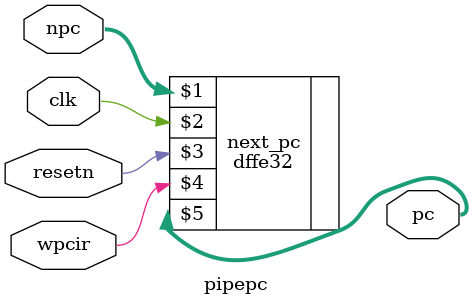
<source format=v>
module pipepc( npc,wpcir,clk,resetn,pc );
   input  [31:0] npc;
   input  wpcir,clk,resetn;
   output [31:0] pc;
	
   dffe32 next_pc(npc,clk,resetn,wpcir,pc);
endmodule

</source>
